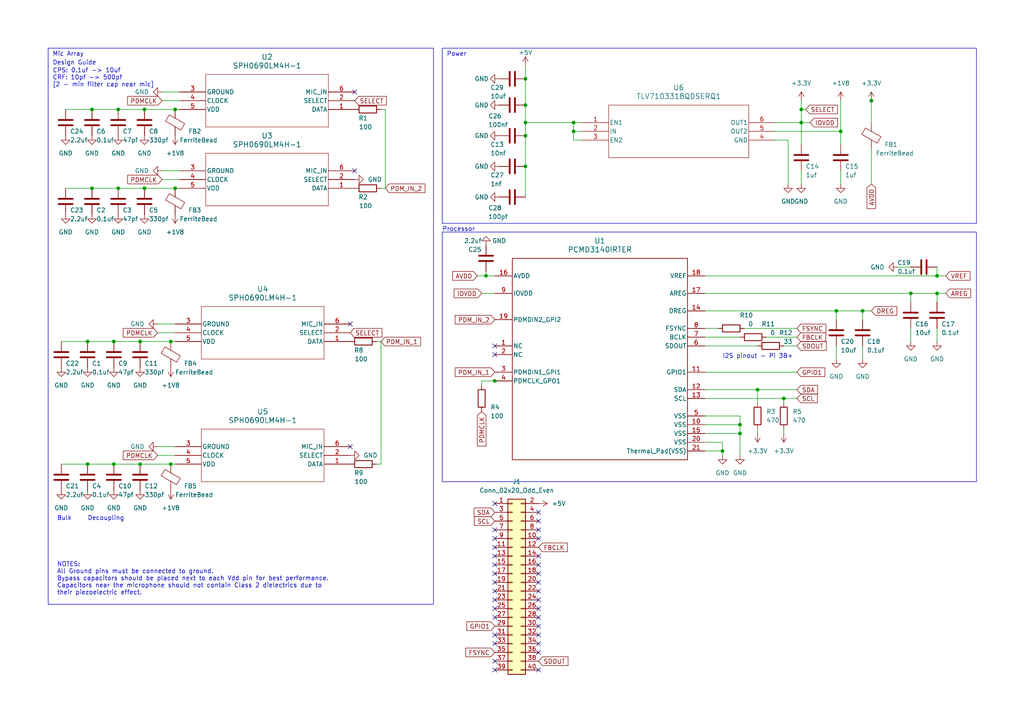
<source format=kicad_sch>
(kicad_sch (version 20230121) (generator eeschema)
  (paper "A4")
  (lib_symbols
    (symbol "Audio_Break_Out:PCMD3140IRTER" (pin_names (offset 0.254))
      (property "Reference" "U" (at 0 2.54 0))
      (property "Value" "PCMD3140IRTER" (at 0 12.7 0))
      (symbol "PCMD3140IRTER_0_1"
        (pin unspecified line (at 0 -20.32 0) (length 5.08) (name "NC") (number "1"))
        (pin power_in line (at 60.96 -43.18 180) (length 5.08) (name "VSS") (number "10"))
        (pin bidirectional line (at 60.96 -27.94 180) (length 5.08) (name "GPIO1") (number "11"))
        (pin bidirectional line (at 60.96 -33.02 180) (length 5.08) (name "SDA") (number "12"))
        (pin input line (at 60.96 -35.56 180) (length 5.08) (name "SCL") (number "13"))
        (pin unspecified line (at 60.96 -10.16 180) (length 5.08) (name "DREG") (number "14"))
        (pin power_in line (at 60.96 -45.72 180) (length 5.08) (name "VSS") (number "15"))
        (pin power_in line (at 0 0 0) (length 5.08) (name "AVDD") (number "16"))
        (pin unspecified line (at 60.96 -5.08 180) (length 5.08) (name "AREG") (number "17"))
        (pin unspecified line (at 60.96 0 180) (length 5.08) (name "VREF") (number "18"))
        (pin bidirectional line (at 0 -12.7 0) (length 5.08) (name "PDMDIN2_GPI2") (number "19"))
        (pin unspecified line (at 0 -22.86 0) (length 5.08) (name "NC") (number "2"))
        (pin power_in line (at 60.96 -48.26 180) (length 5.08) (name "VSS") (number "20"))
        (pin power_in line (at 60.96 -50.8 180) (length 5.08) (name "Thermal_Pad(VSS)") (number "21"))
        (pin input line (at 0 -27.94 0) (length 5.08) (name "PDMDIN1_GPI1") (number "3"))
        (pin output line (at 0 -30.48 0) (length 5.08) (name "PDMCLK_GPO1") (number "4"))
        (pin power_in line (at 60.96 -40.64 180) (length 5.08) (name "VSS") (number "5"))
        (pin output line (at 60.96 -20.32 180) (length 5.08) (name "SDOUT") (number "6"))
        (pin input line (at 60.96 -17.78 180) (length 5.08) (name "BCLK") (number "7"))
        (pin input line (at 60.96 -15.24 180) (length 5.08) (name "FSYNC") (number "8"))
        (pin power_in line (at 0 -5.08 0) (length 5.08) (name "IOVDD") (number "9"))
      )
    )
    (symbol "Audio_Break_Out:SPH0690LM4H-1" (pin_names (offset 0.254))
      (property "Reference" "U" (at 25.4 10.16 0))
      (property "Value" "SPH0690LM4H-1" (at 25.4 7.62 0))
      (symbol "SPH0690LM4H-1_0_1"
        (pin output line (at 0 0 0) (length 7.62) (name "DATA") (number "1"))
        (pin input line (at 0 -2.54 0) (length 7.62) (name "SELECT") (number "2"))
        (pin power_out line (at 50.8 -5.08 180) (length 7.62) (name "GROUND") (number "3"))
        (pin input line (at 50.8 -2.54 180) (length 7.62) (name "CLOCK") (number "4"))
        (pin power_in line (at 50.8 0 180) (length 7.62) (name "VDD") (number "5"))
      )
      (symbol "SPH0690LM4H-1_1_1"
        (pin input line (at 0 -5.08 0) (length 7.62) (name "MIC_IN") (number "6"))
      )
    )
    (symbol "Audio_Break_Out:TLV7103318QDSERQ1" (pin_names (offset 0.254))
      (property "Reference" "U" (at 27.94 10.16 0))
      (property "Value" "TLV7103318QDSERQ1" (at 27.94 7.62 0))
      (symbol "TLV7103318QDSERQ1_0_1"
        (pin unspecified line (at 0 0 0) (length 7.62) (name "EN1") (number "1"))
        (pin input line (at 0 -2.54 0) (length 7.62) (name "IN") (number "2"))
        (pin unspecified line (at 0 -5.08 0) (length 7.62) (name "EN2") (number "3"))
        (pin power_in line (at 55.88 -5.08 180) (length 7.62) (name "GND") (number "4"))
        (pin output line (at 55.88 -2.54 180) (length 7.62) (name "OUT2") (number "5"))
        (pin output line (at 55.88 0 180) (length 7.62) (name "OUT1") (number "6"))
      )
    )
    (symbol "Connector_Generic:Conn_02x20_Odd_Even" (pin_names (offset 1.016) hide)
      (property "Reference" "J" (at 1.27 25.4 0))
      (property "Value" "Conn_02x20_Odd_Even" (at 1.27 -27.94 0))
      (symbol "Conn_02x20_Odd_Even_1_1"
        (pin passive line (at -5.08 22.86 0) (length 3.81) (name "Pin_1") (number "1"))
        (pin passive line (at 7.62 12.7 180) (length 3.81) (name "Pin_10") (number "10"))
        (pin passive line (at -5.08 10.16 0) (length 3.81) (name "Pin_11") (number "11"))
        (pin passive line (at 7.62 10.16 180) (length 3.81) (name "Pin_12") (number "12"))
        (pin passive line (at -5.08 7.62 0) (length 3.81) (name "Pin_13") (number "13"))
        (pin passive line (at 7.62 7.62 180) (length 3.81) (name "Pin_14") (number "14"))
        (pin passive line (at -5.08 5.08 0) (length 3.81) (name "Pin_15") (number "15"))
        (pin passive line (at 7.62 5.08 180) (length 3.81) (name "Pin_16") (number "16"))
        (pin passive line (at -5.08 2.54 0) (length 3.81) (name "Pin_17") (number "17"))
        (pin passive line (at 7.62 2.54 180) (length 3.81) (name "Pin_18") (number "18"))
        (pin passive line (at -5.08 0 0) (length 3.81) (name "Pin_19") (number "19"))
        (pin passive line (at 7.62 22.86 180) (length 3.81) (name "Pin_2") (number "2"))
        (pin passive line (at 7.62 0 180) (length 3.81) (name "Pin_20") (number "20"))
        (pin passive line (at -5.08 -2.54 0) (length 3.81) (name "Pin_21") (number "21"))
        (pin passive line (at 7.62 -2.54 180) (length 3.81) (name "Pin_22") (number "22"))
        (pin passive line (at -5.08 -5.08 0) (length 3.81) (name "Pin_23") (number "23"))
        (pin passive line (at 7.62 -5.08 180) (length 3.81) (name "Pin_24") (number "24"))
        (pin passive line (at -5.08 -7.62 0) (length 3.81) (name "Pin_25") (number "25"))
        (pin passive line (at 7.62 -7.62 180) (length 3.81) (name "Pin_26") (number "26"))
        (pin passive line (at -5.08 -10.16 0) (length 3.81) (name "Pin_27") (number "27"))
        (pin passive line (at 7.62 -10.16 180) (length 3.81) (name "Pin_28") (number "28"))
        (pin passive line (at -5.08 -12.7 0) (length 3.81) (name "Pin_29") (number "29"))
        (pin passive line (at -5.08 20.32 0) (length 3.81) (name "Pin_3") (number "3"))
        (pin passive line (at 7.62 -12.7 180) (length 3.81) (name "Pin_30") (number "30"))
        (pin passive line (at -5.08 -15.24 0) (length 3.81) (name "Pin_31") (number "31"))
        (pin passive line (at 7.62 -15.24 180) (length 3.81) (name "Pin_32") (number "32"))
        (pin passive line (at -5.08 -17.78 0) (length 3.81) (name "Pin_33") (number "33"))
        (pin passive line (at 7.62 -17.78 180) (length 3.81) (name "Pin_34") (number "34"))
        (pin passive line (at -5.08 -20.32 0) (length 3.81) (name "Pin_35") (number "35"))
        (pin passive line (at 7.62 -20.32 180) (length 3.81) (name "Pin_36") (number "36"))
        (pin passive line (at -5.08 -22.86 0) (length 3.81) (name "Pin_37") (number "37"))
        (pin passive line (at 7.62 -22.86 180) (length 3.81) (name "Pin_38") (number "38"))
        (pin passive line (at -5.08 -25.4 0) (length 3.81) (name "Pin_39") (number "39"))
        (pin passive line (at 7.62 20.32 180) (length 3.81) (name "Pin_4") (number "4"))
        (pin passive line (at 7.62 -25.4 180) (length 3.81) (name "Pin_40") (number "40"))
        (pin passive line (at -5.08 17.78 0) (length 3.81) (name "Pin_5") (number "5"))
        (pin passive line (at 7.62 17.78 180) (length 3.81) (name "Pin_6") (number "6"))
        (pin passive line (at -5.08 15.24 0) (length 3.81) (name "Pin_7") (number "7"))
        (pin passive line (at 7.62 15.24 180) (length 3.81) (name "Pin_8") (number "8"))
        (pin passive line (at -5.08 12.7 0) (length 3.81) (name "Pin_9") (number "9"))
      )
    )
    (symbol "Device:C" (pin_numbers hide) (pin_names (offset 0.254))
      (property "Reference" "C" (at 0.635 2.54 0))
      (property "Value" "C" (at 0.635 -2.54 0))
      (symbol "C_1_1"
        (pin passive line (at 0 3.81 270) (length 2.794) (name "~") (number "1"))
        (pin passive line (at 0 -3.81 90) (length 2.794) (name "~") (number "2"))
      )
    )
    (symbol "Device:FerriteBead" (pin_numbers hide) (pin_names (offset 0))
      (property "Reference" "FB" (at -3.81 0.635 90))
      (property "Value" "FerriteBead" (at 3.81 0 90))
      (symbol "FerriteBead_1_1"
        (pin passive line (at 0 3.81 270) (length 2.54) (name "~") (number "1"))
        (pin passive line (at 0 -3.81 90) (length 2.54) (name "~") (number "2"))
      )
    )
    (symbol "Device:R" (pin_numbers hide) (pin_names (offset 0))
      (property "Reference" "R" (at 2.032 0 90))
      (property "Value" "R" (at 0 0 90))
      (symbol "R_1_1"
        (pin passive line (at 0 3.81 270) (length 1.27) (name "~") (number "1"))
        (pin passive line (at 0 -3.81 90) (length 1.27) (name "~") (number "2"))
      )
    )
    (symbol "SPH0690LM4H-1_1" (pin_names (offset 0.254))
      (property "Reference" "U" (at 25.4 10.16 0))
      (property "Value" "SPH0690LM4H-1" (at 25.4 7.62 0))
      (symbol "SPH0690LM4H-1_1_0_1"
        (pin output line (at 0 0 0) (length 7.62) (name "DATA") (number "1"))
        (pin input line (at 0 -2.54 0) (length 7.62) (name "SELECT") (number "2"))
        (pin power_out line (at 50.8 -5.08 180) (length 7.62) (name "GROUND") (number "3"))
        (pin input line (at 50.8 -2.54 180) (length 7.62) (name "CLOCK") (number "4"))
        (pin power_in line (at 50.8 0 180) (length 7.62) (name "VDD") (number "5"))
      )
      (symbol "SPH0690LM4H-1_1_1_1"
        (pin input line (at 0 -5.08 0) (length 7.62) (name "MIC_IN") (number "6"))
      )
    )
    (symbol "SPH0690LM4H-1_2" (pin_names (offset 0.254))
      (property "Reference" "U" (at 25.4 10.16 0))
      (property "Value" "SPH0690LM4H-1" (at 25.4 7.62 0))
      (symbol "SPH0690LM4H-1_2_0_1"
        (pin output line (at 0 0 0) (length 7.62) (name "DATA") (number "1"))
        (pin input line (at 0 -2.54 0) (length 7.62) (name "SELECT") (number "2"))
        (pin power_out line (at 50.8 -5.08 180) (length 7.62) (name "GROUND") (number "3"))
        (pin input line (at 50.8 -2.54 180) (length 7.62) (name "CLOCK") (number "4"))
        (pin power_in line (at 50.8 0 180) (length 7.62) (name "VDD") (number "5"))
      )
      (symbol "SPH0690LM4H-1_2_1_1"
        (pin input line (at 0 -5.08 0) (length 7.62) (name "MIC_IN") (number "6"))
      )
    )
    (symbol "SPH0690LM4H-1_3" (pin_names (offset 0.254))
      (property "Reference" "U" (at 25.4 10.16 0))
      (property "Value" "SPH0690LM4H-1" (at 25.4 7.62 0))
      (symbol "SPH0690LM4H-1_3_0_1"
        (pin output line (at 0 0 0) (length 7.62) (name "DATA") (number "1"))
        (pin input line (at 0 -2.54 0) (length 7.62) (name "SELECT") (number "2"))
        (pin power_out line (at 50.8 -5.08 180) (length 7.62) (name "GROUND") (number "3"))
        (pin input line (at 50.8 -2.54 180) (length 7.62) (name "CLOCK") (number "4"))
        (pin power_in line (at 50.8 0 180) (length 7.62) (name "VDD") (number "5"))
      )
      (symbol "SPH0690LM4H-1_3_1_1"
        (pin input line (at 0 -5.08 0) (length 7.62) (name "MIC_IN") (number "6"))
      )
    )
    (symbol "power:+1V8" (power) (pin_names (offset 0))
      (property "Value" "+1V8" (at 0 3.556 0))
      (symbol "+1V8_1_1"
        (pin power_in line (at 0 0 90) (length 0) hide (name "+1V8") (number "1"))
      )
    )
    (symbol "power:+3.3V" (power) (pin_names (offset 0))
      (property "Value" "+3.3V" (at 0 3.556 0))
      (symbol "+3.3V_1_1"
        (pin power_in line (at 0 0 90) (length 0) hide (name "+3.3V") (number "1"))
      )
    )
    (symbol "power:+5V" (power) (pin_names (offset 0))
      (property "Value" "+5V" (at 0 3.556 0))
      (symbol "+5V_1_1"
        (pin power_in line (at 0 0 90) (length 0) hide (name "+5V") (number "1"))
      )
    )
    (symbol "power:GND" (power) (pin_names (offset 0))
      (property "Value" "GND" (at 0 -3.81 0))
      (symbol "GND_1_1"
        (pin power_in line (at 0 0 270) (length 0) hide (name "GND") (number "1"))
      )
    )
  )
  (junction (at 25.4 99.06))
  (junction (at 152.4 39.37))
  (junction (at 41.91 54.61))
  (junction (at 49.53 134.62))
  (junction (at 152.4 35.56))
  (junction (at 40.64 99.06))
  (junction (at 34.29 31.75))
  (junction (at 152.4 22.86))
  (junction (at 152.4 30.48))
  (junction (at 271.78 85.09))
  (junction (at 26.67 54.61))
  (junction (at 250.19 90.17))
  (junction (at 33.02 134.62))
  (junction (at 219.71 113.03))
  (junction (at 49.53 99.06))
  (junction (at 50.8 54.61))
  (junction (at 243.84 38.1))
  (junction (at 26.67 31.75))
  (junction (at 50.8 31.75))
  (junction (at 140.97 80.01))
  (junction (at 232.41 35.56))
  (junction (at 25.4 134.62))
  (junction (at 264.16 85.09))
  (junction (at 166.37 35.56))
  (junction (at 152.4 48.26))
  (junction (at 34.29 54.61))
  (junction (at 166.37 38.1))
  (junction (at 242.57 90.17))
  (junction (at 214.63 125.73))
  (junction (at 33.02 99.06))
  (junction (at 214.63 123.19))
  (junction (at 252.73 29.21))
  (junction (at 232.41 31.75))
  (junction (at 227.33 115.57))
  (junction (at 209.55 130.81))
  (junction (at 40.64 134.62))
  (junction (at 271.78 80.01))
  (junction (at 41.91 31.75))
  (junction (at 143.51 110.49))
  (no_connect (at 156.21 181.61))
  (no_connect (at 156.21 148.59))
  (no_connect (at 101.6 93.98))
  (no_connect (at 143.51 166.37))
  (no_connect (at 143.51 171.45))
  (no_connect (at 156.21 151.13))
  (no_connect (at 156.21 161.29))
  (no_connect (at 156.21 186.69))
  (no_connect (at 156.21 184.15))
  (no_connect (at 143.51 146.05))
  (no_connect (at 143.51 102.87))
  (no_connect (at 156.21 153.67))
  (no_connect (at 143.51 156.21))
  (no_connect (at 143.51 158.75))
  (no_connect (at 102.87 49.53))
  (no_connect (at 102.87 26.67))
  (no_connect (at 143.51 191.77))
  (no_connect (at 143.51 186.69))
  (no_connect (at 156.21 156.21))
  (no_connect (at 143.51 153.67))
  (no_connect (at 156.21 166.37))
  (no_connect (at 143.51 194.31))
  (no_connect (at 156.21 163.83))
  (no_connect (at 156.21 168.91))
  (no_connect (at 143.51 163.83))
  (no_connect (at 156.21 171.45))
  (no_connect (at 156.21 173.99))
  (no_connect (at 101.6 129.54))
  (no_connect (at 143.51 184.15))
  (no_connect (at 156.21 189.23))
  (no_connect (at 156.21 176.53))
  (no_connect (at 143.51 161.29))
  (no_connect (at 156.21 194.31))
  (no_connect (at 143.51 179.07))
  (no_connect (at 143.51 100.33))
  (no_connect (at 143.51 173.99))
  (no_connect (at 156.21 179.07))
  (no_connect (at 143.51 176.53))
  (no_connect (at 143.51 168.91))
  (wire (pts (xy 109.22 99.06) (xy 110.49 99.06)))
  (wire (pts (xy 152.4 22.86) (xy 152.4 30.48)))
  (wire (pts (xy 41.91 54.61) (xy 50.8 54.61)))
  (wire (pts (xy 45.72 132.08) (xy 50.8 132.08)))
  (wire (pts (xy 252.73 43.18) (xy 252.73 53.34)))
  (wire (pts (xy 271.78 85.09) (xy 274.32 85.09)))
  (wire (pts (xy 214.63 125.73) (xy 214.63 132.08)))
  (wire (pts (xy 243.84 29.21) (xy 243.84 38.1)))
  (wire (pts (xy 166.37 35.56) (xy 166.37 38.1)))
  (wire (pts (xy 242.57 90.17) (xy 250.19 90.17)))
  (wire (pts (xy 219.71 113.03) (xy 219.71 116.84)))
  (wire (pts (xy 140.97 80.01) (xy 143.51 80.01)))
  (wire (pts (xy 34.29 31.75) (xy 41.91 31.75)))
  (wire (pts (xy 152.4 35.56) (xy 152.4 39.37)))
  (wire (pts (xy 40.64 99.06) (xy 49.53 99.06)))
  (wire (pts (xy 144.78 110.49) (xy 143.51 110.49)))
  (wire (pts (xy 152.4 35.56) (xy 166.37 35.56)))
  (wire (pts (xy 46.99 29.21) (xy 52.07 29.21)))
  (wire (pts (xy 250.19 100.33) (xy 250.19 104.14)))
  (wire (pts (xy 46.99 52.07) (xy 52.07 52.07)))
  (wire (pts (xy 204.47 97.79) (xy 214.63 97.79)))
  (wire (pts (xy 17.78 99.06) (xy 25.4 99.06)))
  (wire (pts (xy 232.41 31.75) (xy 233.68 31.75)))
  (wire (pts (xy 227.33 124.46) (xy 227.33 125.73)))
  (wire (pts (xy 227.33 115.57) (xy 227.33 116.84)))
  (wire (pts (xy 242.57 90.17) (xy 242.57 92.71)))
  (wire (pts (xy 219.71 113.03) (xy 231.14 113.03)))
  (wire (pts (xy 152.4 39.37) (xy 152.4 48.26)))
  (wire (pts (xy 110.49 54.61) (xy 111.76 54.61)))
  (wire (pts (xy 152.4 48.26) (xy 152.4 57.15)))
  (wire (pts (xy 204.47 107.95) (xy 231.14 107.95)))
  (wire (pts (xy 271.78 80.01) (xy 274.32 80.01)))
  (wire (pts (xy 242.57 100.33) (xy 242.57 104.14)))
  (wire (pts (xy 219.71 124.46) (xy 219.71 125.73)))
  (wire (pts (xy 204.47 125.73) (xy 214.63 125.73)))
  (wire (pts (xy 140.97 78.74) (xy 140.97 80.01)))
  (wire (pts (xy 243.84 38.1) (xy 243.84 41.91)))
  (wire (pts (xy 26.67 31.75) (xy 34.29 31.75)))
  (wire (pts (xy 224.79 38.1) (xy 243.84 38.1)))
  (wire (pts (xy 214.63 120.65) (xy 214.63 123.19)))
  (wire (pts (xy 264.16 85.09) (xy 271.78 85.09)))
  (wire (pts (xy 168.91 38.1) (xy 166.37 38.1)))
  (wire (pts (xy 204.47 120.65) (xy 214.63 120.65)))
  (wire (pts (xy 166.37 38.1) (xy 166.37 40.64)))
  (wire (pts (xy 46.99 49.53) (xy 52.07 49.53)))
  (wire (pts (xy 46.99 26.67) (xy 52.07 26.67)))
  (wire (pts (xy 49.53 134.62) (xy 50.8 134.62)))
  (wire (pts (xy 33.02 134.62) (xy 40.64 134.62)))
  (wire (pts (xy 25.4 134.62) (xy 33.02 134.62)))
  (wire (pts (xy 204.47 115.57) (xy 227.33 115.57)))
  (wire (pts (xy 204.47 100.33) (xy 219.71 100.33)))
  (wire (pts (xy 271.78 85.09) (xy 271.78 87.63)))
  (wire (pts (xy 252.73 26.67) (xy 252.73 29.21)))
  (wire (pts (xy 166.37 35.56) (xy 168.91 35.56)))
  (wire (pts (xy 214.63 125.73) (xy 214.63 123.19)))
  (wire (pts (xy 252.73 29.21) (xy 252.73 35.56)))
  (wire (pts (xy 41.91 31.75) (xy 50.8 31.75)))
  (wire (pts (xy 250.19 90.17) (xy 250.19 92.71)))
  (wire (pts (xy 17.78 134.62) (xy 25.4 134.62)))
  (wire (pts (xy 228.6 40.64) (xy 228.6 53.34)))
  (wire (pts (xy 50.8 54.61) (xy 52.07 54.61)))
  (wire (pts (xy 204.47 128.27) (xy 209.55 128.27)))
  (wire (pts (xy 215.9 95.25) (xy 231.14 95.25)))
  (wire (pts (xy 232.41 31.75) (xy 232.41 35.56)))
  (wire (pts (xy 264.16 77.47) (xy 260.35 77.47)))
  (wire (pts (xy 110.49 31.75) (xy 111.76 31.75)))
  (wire (pts (xy 232.41 29.21) (xy 232.41 31.75)))
  (wire (pts (xy 45.72 93.98) (xy 50.8 93.98)))
  (wire (pts (xy 243.84 49.53) (xy 243.84 53.34)))
  (wire (pts (xy 209.55 128.27) (xy 209.55 130.81)))
  (wire (pts (xy 168.91 40.64) (xy 166.37 40.64)))
  (wire (pts (xy 271.78 95.25) (xy 271.78 99.06)))
  (wire (pts (xy 204.47 130.81) (xy 209.55 130.81)))
  (wire (pts (xy 111.76 31.75) (xy 111.76 54.61)))
  (wire (pts (xy 138.43 80.01) (xy 140.97 80.01)))
  (wire (pts (xy 25.4 99.06) (xy 33.02 99.06)))
  (wire (pts (xy 40.64 134.62) (xy 49.53 134.62)))
  (wire (pts (xy 250.19 90.17) (xy 252.73 90.17)))
  (wire (pts (xy 19.05 31.75) (xy 26.67 31.75)))
  (wire (pts (xy 45.72 96.52) (xy 50.8 96.52)))
  (wire (pts (xy 204.47 90.17) (xy 242.57 90.17)))
  (wire (pts (xy 50.8 31.75) (xy 52.07 31.75)))
  (wire (pts (xy 204.47 85.09) (xy 264.16 85.09)))
  (wire (pts (xy 33.02 99.06) (xy 40.64 99.06)))
  (wire (pts (xy 139.7 110.49) (xy 139.7 111.76)))
  (wire (pts (xy 227.33 100.33) (xy 231.14 100.33)))
  (wire (pts (xy 139.7 85.09) (xy 143.51 85.09)))
  (wire (pts (xy 45.72 129.54) (xy 50.8 129.54)))
  (wire (pts (xy 152.4 30.48) (xy 152.4 35.56)))
  (wire (pts (xy 26.67 54.61) (xy 34.29 54.61)))
  (wire (pts (xy 152.4 19.05) (xy 152.4 22.86)))
  (wire (pts (xy 227.33 115.57) (xy 231.14 115.57)))
  (wire (pts (xy 204.47 95.25) (xy 208.28 95.25)))
  (wire (pts (xy 110.49 99.06) (xy 110.49 134.62)))
  (wire (pts (xy 224.79 40.64) (xy 228.6 40.64)))
  (wire (pts (xy 232.41 49.53) (xy 232.41 53.34)))
  (wire (pts (xy 49.53 99.06) (xy 50.8 99.06)))
  (wire (pts (xy 209.55 130.81) (xy 209.55 132.08)))
  (wire (pts (xy 204.47 80.01) (xy 271.78 80.01)))
  (wire (pts (xy 109.22 134.62) (xy 110.49 134.62)))
  (wire (pts (xy 271.78 77.47) (xy 271.78 80.01)))
  (wire (pts (xy 19.05 54.61) (xy 26.67 54.61)))
  (wire (pts (xy 232.41 35.56) (xy 232.41 41.91)))
  (wire (pts (xy 232.41 35.56) (xy 234.95 35.56)))
  (wire (pts (xy 204.47 123.19) (xy 214.63 123.19)))
  (wire (pts (xy 34.29 54.61) (xy 41.91 54.61)))
  (wire (pts (xy 224.79 35.56) (xy 232.41 35.56)))
  (wire (pts (xy 204.47 113.03) (xy 219.71 113.03)))
  (wire (pts (xy 264.16 95.25) (xy 264.16 99.06)))
  (wire (pts (xy 143.51 110.49) (xy 139.7 110.49)))
  (wire (pts (xy 264.16 85.09) (xy 264.16 87.63)))
  (wire (pts (xy 222.25 97.79) (xy 231.14 97.79)))
  (rectangle (start 128.27 67.31) (end 283.21 139.7))
  (rectangle (start 128.27 13.97) (end 283.21 64.77))
  (rectangle (start 13.97 13.97) (end 125.73 175.26))
  (text "Bulk" (at 16.51 151.13 0) (effects (font (size 1.27 1.27)) (justify left bottom)))
  (text "I2S pinout - Pi 3B+" (at 209.55 104.14 0) (effects (font (size 1.27 1.27)) (justify left bottom)))
  (text "CPS: 0.1uf -> 10uf\nCRF: 10pf -> 500pf \n[2 - min filter cap near mic]\n" (at 15.24 25.4 0) (effects (font (size 1.27 1.27)) (justify left bottom)))
  (text "Mic Array" (at 15.24 16.51 0) (effects (font (size 1.27 1.27)) (justify left bottom)))
  (text "Power" (at 129.54 16.51 0) (effects (font (size 1.27 1.27)) (justify left bottom)))
  (text "Decoupling" (at 25.4 151.13 0) (effects (font (size 1.27 1.27)) (justify left bottom)))
  (text "NOTES:\nAll Ground pins must be connected to ground.\nBypass capacitors should be placed next to each Vdd pin for best performance.\nCapacitors near the microphone should not contain Class 2 dielectrics due to\ntheir piezoelectric effect." (at 16.51 172.72 0) (effects (font (size 1.27 1.27)) (justify left bottom)))
  (text "Design Guide" (at 15.24 19.05 0) (effects (font (size 1.27 1.27)) (justify left bottom)))
  (text "Processor" (at 128.27 67.31 0) (effects (font (size 1.27 1.27)) (justify left bottom)))
  (global_label "FBCLK" (shape input) (at 156.21 158.75 0) (property "Intersheetrefs" "${INTERSHEET_REFS}" (effects hide)))
  (global_label "FBCLK" (shape input) (at 231.14 97.79 0) (property "Intersheetrefs" "${INTERSHEET_REFS}" (effects hide)))
  (global_label "VREF" (shape input) (at 274.32 80.01 0) (property "Intersheetrefs" "${INTERSHEET_REFS}" (effects hide)))
  (global_label "PDMCLK" (shape input) (at 46.99 29.21 180) (property "Intersheetrefs" "${INTERSHEET_REFS}" (effects hide)))
  (global_label "PDM_IN_2" (shape input) (at 143.51 92.71 180) (property "Intersheetrefs" "${INTERSHEET_REFS}" (effects hide)))
  (global_label "AVDD" (shape input) (at 138.43 80.01 180) (property "Intersheetrefs" "${INTERSHEET_REFS}" (effects hide)))
  (global_label "PDMCLK" (shape input) (at 45.72 132.08 180) (property "Intersheetrefs" "${INTERSHEET_REFS}" (effects hide)))
  (global_label "IOVDD" (shape input) (at 139.7 85.09 180) (property "Intersheetrefs" "${INTERSHEET_REFS}" (effects hide)))
  (global_label "SDOUT" (shape input) (at 231.14 100.33 0) (property "Intersheetrefs" "${INTERSHEET_REFS}" (effects hide)))
  (global_label "SCL" (shape input) (at 231.14 115.57 0) (property "Intersheetrefs" "${INTERSHEET_REFS}" (effects hide)))
  (global_label "PDMCLK" (shape input) (at 45.72 96.52 180) (property "Intersheetrefs" "${INTERSHEET_REFS}" (effects hide)))
  (global_label "PDM_IN_2" (shape input) (at 111.76 54.61 0) (property "Intersheetrefs" "${INTERSHEET_REFS}" (effects hide)))
  (global_label "FSYNC" (shape input) (at 143.51 189.23 180) (property "Intersheetrefs" "${INTERSHEET_REFS}" (effects hide)))
  (global_label "IOVDD" (shape input) (at 234.95 35.56 0) (property "Intersheetrefs" "${INTERSHEET_REFS}" (effects hide)))
  (global_label "SELECT" (shape input) (at 233.68 31.75 0) (property "Intersheetrefs" "${INTERSHEET_REFS}" (effects hide)))
  (global_label "AVDD" (shape input) (at 252.73 53.34 270) (property "Intersheetrefs" "${INTERSHEET_REFS}" (effects hide)))
  (global_label "SDA" (shape input) (at 143.51 148.59 180) (property "Intersheetrefs" "${INTERSHEET_REFS}" (effects hide)))
  (global_label "PDM_IN_1" (shape input) (at 143.51 107.95 180) (property "Intersheetrefs" "${INTERSHEET_REFS}" (effects hide)))
  (global_label "SCL" (shape input) (at 143.51 151.13 180) (property "Intersheetrefs" "${INTERSHEET_REFS}" (effects hide)))
  (global_label "PDM_IN_1" (shape input) (at 110.49 99.06 0) (property "Intersheetrefs" "${INTERSHEET_REFS}" (effects hide)))
  (global_label "PDMCLK" (shape input) (at 46.99 52.07 180) (property "Intersheetrefs" "${INTERSHEET_REFS}" (effects hide)))
  (global_label "SELECT" (shape input) (at 101.6 96.52 0) (property "Intersheetrefs" "${INTERSHEET_REFS}" (effects hide)))
  (global_label "FSYNC" (shape input) (at 231.14 95.25 0) (property "Intersheetrefs" "${INTERSHEET_REFS}" (effects hide)))
  (global_label "GPIO1" (shape input) (at 231.14 107.95 0) (property "Intersheetrefs" "${INTERSHEET_REFS}" (effects hide)))
  (global_label "DREG" (shape input) (at 252.73 90.17 0) (property "Intersheetrefs" "${INTERSHEET_REFS}" (effects hide)))
  (global_label "AREG" (shape input) (at 274.32 85.09 0) (property "Intersheetrefs" "${INTERSHEET_REFS}" (effects hide)))
  (global_label "PDMCLK" (shape input) (at 139.7 119.38 270) (property "Intersheetrefs" "${INTERSHEET_REFS}" (effects hide)))
  (global_label "SDOUT" (shape input) (at 156.21 191.77 0) (property "Intersheetrefs" "${INTERSHEET_REFS}" (effects hide)))
  (global_label "SELECT" (shape input) (at 102.87 29.21 0) (property "Intersheetrefs" "${INTERSHEET_REFS}" (effects hide)))
  (global_label "GPIO1" (shape input) (at 143.51 181.61 180) (property "Intersheetrefs" "${INTERSHEET_REFS}" (effects hide)))
  (global_label "SDA" (shape input) (at 231.14 113.03 0) (property "Intersheetrefs" "${INTERSHEET_REFS}" (effects hide)))
  (symbol (lib_id "Device:C") (at 19.05 58.42 0) (unit 1)
    (property "Reference" "C23" (at 20.32 60.96 0) (effects (justify left)))
    (property "Value" "2.2uf" (at 20.32 63.5 0) (effects (justify left)))
    (property "Footprint" "Capacitor_SMD:C_0805_2012Metric" (effects hide))
    (property "Datasheet" "https://jlcpcb.com/partdetail/350246-CL21A225KBQNNNE/C377773" (effects hide))
    (property "lcsc" "CL21A225KBQNNNE" (effects hide))
  )
  (symbol (lib_id "power:+1V8") (at 49.53 142.24 180) (unit 1)
    (property "Reference" "#PWR02" (effects hide))
    (property "Value" "+1V8" (at 49.53 147.32 0))
  )
  (symbol (lib_id "power:GND") (at 144.78 39.37 270) (unit 1)
    (property "Reference" "#PWR031" (effects hide))
    (property "Value" "GND" (at 139.7 39.37 90))
  )
  (symbol (lib_id "power:GND") (at 17.78 142.24 0) (unit 1)
    (property "Reference" "#PWR039" (effects hide))
    (property "Value" "GND" (at 17.78 147.32 0))
  )
  (symbol (lib_id "Device:C") (at 33.02 138.43 0) (unit 1)
    (property "Reference" "C10" (at 34.29 140.97 0) (effects (justify left)))
    (property "Value" "47pf" (at 34.29 143.51 0) (effects (justify left)))
    (property "Footprint" "Capacitor_SMD:C_0603_1608Metric" (effects hide))
    (property "Datasheet" "https://jlcpcb.com/partdetail/2023-CL10C470JB8NNNC/C1671" (effects hide))
    (property "lcsc" "CL10C470JB8NNNC" (effects hide))
  )
  (symbol (lib_id "Audio_Break_Out:SPH0690LM4H-1") (at 101.6 134.62 180) (unit 1)
    (property "Reference" "U5" (at 76.2 119.38 0) (effects (font (size 1.524 1.524))))
    (property "Value" "SPH0690LM4H-1" (at 76.2 121.92 0) (effects (font (size 1.524 1.524))))
    (property "Footprint" "SPH0690LM4H-1_KNO" (effects hide))
    (property "Datasheet" "https://jlcpcb.com/partdetail/TexasInstruments-PCMD3140IRTER/C2943785" (effects hide))
    (property "lcsc" "PCMD3140IRTER" (effects hide))
  )
  (symbol (lib_id "power:GND") (at 26.67 39.37 0) (unit 1)
    (property "Reference" "#PWR013" (effects hide))
    (property "Value" "GND" (at 26.67 44.45 0))
  )
  (symbol (lib_id "Device:C") (at 26.67 35.56 0) (unit 1)
    (property "Reference" "C6" (at 27.94 38.1 0) (effects (justify left)))
    (property "Value" "0.1uf" (at 27.94 40.64 0) (effects (justify left)))
    (property "Footprint" "Capacitor_SMD:C_01005_0402Metric" (effects hide))
    (property "Datasheet" "https://jlcpcb.com/partdetail/291005-CL05B104KB54PNC/C307331" (effects hide))
    (property "lcsc" "CL05B104KB54PNC" (effects hide))
  )
  (symbol (lib_id "Device:C") (at 40.64 138.43 0) (unit 1)
    (property "Reference" "C12" (at 41.91 140.97 0) (effects (justify left)))
    (property "Value" "330pf" (at 41.91 143.51 0) (effects (justify left)))
    (property "Footprint" "Capacitor_SMD:C_0603_1608Metric" (effects hide))
    (property "Datasheet" "https://jlcpcb.com/partdetail/2016-CL10C331JB8NNNC/C1664" (effects hide))
    (property "lcsc" "CL10C331JB8NNNC" (effects hide))
  )
  (symbol (lib_id "Device:R") (at 105.41 134.62 270) (unit 1)
    (property "Reference" "R9" (at 105.41 137.16 90) (effects (justify right)))
    (property "Value" "100" (at 106.68 139.7 90) (effects (justify right)))
    (property "Footprint" "Resistor_SMD:R_1206_3216Metric" (effects hide))
    (property "Datasheet" "https://datasheet.lcsc.com/lcsc/2206010145_UNI-ROYAL-Uniroyal-Elec-1206W4F1000T5E_C17901.pdf" (effects hide))
    (property "lcsc" "1206W4F1000T5E" (effects hide))
  )
  (symbol (lib_id "power:GND") (at 33.02 142.24 0) (unit 1)
    (property "Reference" "#PWR020" (effects hide))
    (property "Value" "GND" (at 33.02 147.32 0))
  )
  (symbol (lib_id "Device:R") (at 106.68 31.75 270) (unit 1)
    (property "Reference" "R1" (at 106.68 34.29 90) (effects (justify right)))
    (property "Value" "100" (at 107.95 36.83 90) (effects (justify right)))
    (property "Footprint" "Resistor_SMD:R_1206_3216Metric" (effects hide))
    (property "Datasheet" "https://datasheet.lcsc.com/lcsc/2206010145_UNI-ROYAL-Uniroyal-Elec-1206W4F1000T5E_C17901.pdf" (effects hide))
    (property "lcsc" "1206W4F1000T5E" (effects hide))
  )
  (symbol (lib_id "Connector_Generic:Conn_02x20_Odd_Even") (at 148.59 168.91 0) (unit 1)
    (property "Reference" "J1" (at 149.86 139.7 0))
    (property "Value" "Conn_02x20_Odd_Even" (at 149.86 142.24 0))
    (property "Footprint" "Connector_PinSocket_2.54mm:PinSocket_2x20_P2.54mm_Vertical" (effects hide))
  )
  (symbol (lib_id "power:GND") (at 144.78 57.15 270) (unit 1)
    (property "Reference" "#PWR048" (effects hide))
    (property "Value" "GND" (at 139.7 57.15 90))
  )
  (symbol (lib_id "power:GND") (at 34.29 62.23 0) (unit 1)
    (property "Reference" "#PWR07" (effects hide))
    (property "Value" "GND" (at 34.29 67.31 0))
  )
  (symbol (lib_id "power:GND") (at 264.16 99.06 0) (unit 1)
    (property "Reference" "#PWR025" (effects hide))
    (property "Value" "GND" (at 264.16 104.14 0))
  )
  (symbol (lib_id "Device:C") (at 41.91 58.42 0) (unit 1)
    (property "Reference" "C5" (at 43.18 60.96 0) (effects (justify left)))
    (property "Value" "330pf" (at 43.18 63.5 0) (effects (justify left)))
    (property "Footprint" "Capacitor_SMD:C_0603_1608Metric" (effects hide))
    (property "Datasheet" "https://jlcpcb.com/partdetail/2016-CL10C331JB8NNNC/C1664" (effects hide))
    (property "lcsc" "CL10C331JB8NNNC" (effects hide))
  )
  (symbol (lib_id "power:+3.3V") (at 232.41 29.21 0) (unit 1)
    (property "Reference" "#PWR036" (effects hide))
    (property "Value" "+3.3V" (at 232.41 24.13 0))
  )
  (symbol (lib_id "Device:C") (at 250.19 96.52 0) (unit 1)
    (property "Reference" "C18" (at 251.46 99.06 0) (effects (justify left)))
    (property "Value" "0.1uf" (at 251.46 101.6 0) (effects (justify left)))
    (property "Footprint" "Capacitor_SMD:C_01005_0402Metric" (effects hide))
    (property "Datasheet" "chrome-extension://efaidnbmnnnibpcajpcglclefindmkaj/https://datasheet.lcsc.com/lcsc/2304140030_Samsung-Electro-Mechanics-CL05B104KB54PNC_C307331.pdf" (effects hide))
    (property "lcsc" "CL05B104KB54PNC" (effects hide))
  )
  (symbol (lib_id "Device:C") (at 232.41 45.72 0) (unit 1)
    (property "Reference" "C14" (at 233.68 48.26 0) (effects (justify left)))
    (property "Value" "1uf" (at 233.68 50.8 0) (effects (justify left)))
    (property "Footprint" "Capacitor_SMD:C_0603_1608Metric" (effects hide))
    (property "Datasheet" "chrome-extension://efaidnbmnnnibpcajpcglclefindmkaj/https://datasheet.lcsc.com/lcsc/2304140030_Samsung-Electro-Mechanics-CL10A105KB8NNNC_C15849.pdf" (effects hide))
    (property "lcsc" "CL10A105KB8NNNC" (effects hide))
  )
  (symbol (lib_id "power:+5V") (at 156.21 146.05 270) (unit 1)
    (property "Reference" "#PWR043" (effects hide))
    (property "Value" "+5V" (at 160.02 146.05 90) (effects (justify left)))
  )
  (symbol (lib_id "power:GND") (at 46.99 26.67 270) (unit 1)
    (property "Reference" "#PWR04" (effects hide))
    (property "Value" "GND" (at 43.18 26.67 90) (effects (justify right)))
  )
  (symbol (lib_id "Device:C") (at 148.59 22.86 270) (unit 1)
    (property "Reference" "C29" (at 142.24 25.4 90) (effects (justify left)))
    (property "Value" "10uf" (at 142.24 27.94 90) (effects (justify left)))
    (property "Footprint" "Capacitor_SMD:C_1206_3216Metric" (effects hide))
    (property "Datasheet" "https://jlcpcb.com/partdetail/14236-CL31A106KBHNNNE/C13585" (effects hide))
    (property "lcsc" "CL31A106KBHNNNE" (effects hide))
  )
  (symbol (lib_id "power:GND") (at 242.57 104.14 0) (unit 1)
    (property "Reference" "#PWR012" (effects hide))
    (property "Value" "GND" (at 242.57 109.22 0))
  )
  (symbol (lib_id "power:GND") (at 101.6 132.08 90) (unit 1)
    (property "Reference" "#PWR028" (effects hide))
    (property "Value" "GND" (at 105.41 132.08 90) (effects (justify right)))
  )
  (symbol (lib_id "Device:C") (at 148.59 39.37 270) (unit 1)
    (property "Reference" "C13" (at 142.24 41.91 90) (effects (justify left)))
    (property "Value" "10nf" (at 142.24 44.45 90) (effects (justify left)))
    (property "Footprint" "Capacitor_SMD:C_01005_0402Metric" (effects hide))
    (property "Datasheet" "https://jlcpcb.com/partdetail/15869-CL05B103KB5NNNC/C15195" (effects hide))
    (property "lcsc" "CL05B103KB5NNNC" (effects hide))
  )
  (symbol (lib_id "power:+3.3V") (at 252.73 29.21 0) (unit 1)
    (property "Reference" "#PWR038" (effects hide))
    (property "Value" "+3.3V" (at 252.73 24.13 0))
  )
  (symbol (lib_id "power:GND") (at 46.99 49.53 270) (unit 1)
    (property "Reference" "#PWR03" (effects hide))
    (property "Value" "GND" (at 43.18 49.53 90) (effects (justify right)))
  )
  (symbol (lib_id "Device:C") (at 148.59 30.48 270) (unit 1)
    (property "Reference" "C26" (at 141.605 33.655 90) (effects (justify left)))
    (property "Value" "100nf" (at 141.605 36.195 90) (effects (justify left)))
    (property "Footprint" "Capacitor_SMD:C_1206_3216Metric" (effects hide))
    (property "Datasheet" "https://jlcpcb.com/partdetail/25237-CL31B104KBCNNNC/C24497" (effects hide))
    (property "lcsc" "CL31B104KBCNNNC" (effects hide))
  )
  (symbol (lib_id "Device:C") (at 19.05 35.56 0) (unit 1)
    (property "Reference" "C24" (at 20.32 38.1 0) (effects (justify left)))
    (property "Value" "2.2uf" (at 20.32 40.64 0) (effects (justify left)))
    (property "Footprint" "Capacitor_SMD:C_0805_2012Metric" (effects hide))
    (property "Datasheet" "https://jlcpcb.com/partdetail/350246-CL21A225KBQNNNE/C377773" (effects hide))
    (property "lcsc" "CL21A225KBQNNNE" (effects hide))
  )
  (symbol (lib_id "Device:C") (at 34.29 35.56 0) (unit 1)
    (property "Reference" "C7" (at 35.56 38.1 0) (effects (justify left)))
    (property "Value" "47pf" (at 35.56 40.64 0) (effects (justify left)))
    (property "Footprint" "Capacitor_SMD:C_0603_1608Metric" (effects hide))
    (property "Datasheet" "https://jlcpcb.com/partdetail/2023-CL10C470JB8NNNC/C1671" (effects hide))
    (property "lcsc" "CL10C470JB8NNNC" (effects hide))
  )
  (symbol (lib_id "power:GND") (at 260.35 77.47 270) (unit 1)
    (property "Reference" "#PWR040" (effects hide))
    (property "Value" "GND" (at 256.54 77.47 90) (effects (justify right)))
  )
  (symbol (lib_id "power:GND") (at 40.64 142.24 0) (unit 1)
    (property "Reference" "#PWR022" (effects hide))
    (property "Value" "GND" (at 40.64 147.32 0))
  )
  (symbol (lib_id "power:GND") (at 243.84 53.34 0) (unit 1)
    (property "Reference" "#PWR035" (effects hide))
    (property "Value" "GND" (at 243.84 58.42 0))
  )
  (symbol (lib_id "power:+1V8") (at 50.8 39.37 180) (unit 1)
    (property "Reference" "#PWR05" (effects hide))
    (property "Value" "+1V8" (at 50.8 44.45 0))
  )
  (symbol (lib_id "power:GND") (at 41.91 39.37 0) (unit 1)
    (property "Reference" "#PWR015" (effects hide))
    (property "Value" "GND" (at 41.91 44.45 0))
  )
  (symbol (lib_id "power:+1V8") (at 49.53 106.68 180) (unit 1)
    (property "Reference" "#PWR01" (effects hide))
    (property "Value" "+1V8" (at 49.53 111.76 0))
  )
  (symbol (lib_name "SPH0690LM4H-1_2") (lib_id "Audio_Break_Out:SPH0690LM4H-1") (at 102.87 54.61 180) (unit 1)
    (property "Reference" "U3" (at 77.47 39.37 0) (effects (font (size 1.524 1.524))))
    (property "Value" "SPH0690LM4H-1" (at 77.47 41.91 0) (effects (font (size 1.524 1.524))))
    (property "Footprint" "SPH0690LM4H-1_KNO" (effects hide))
    (property "Datasheet" "https://jlcpcb.com/partdetail/TexasInstruments-PCMD3140IRTER/C2943785" (effects hide))
    (property "lcsc" "PCMD3140IRTER" (effects hide))
  )
  (symbol (lib_id "Device:C") (at 25.4 102.87 0) (unit 1)
    (property "Reference" "C1" (at 26.67 105.41 0) (effects (justify left)))
    (property "Value" "0.1uf" (at 26.67 107.95 0) (effects (justify left)))
    (property "Footprint" "Capacitor_SMD:C_01005_0402Metric" (effects hide))
    (property "Datasheet" "https://jlcpcb.com/partdetail/291005-CL05B104KB54PNC/C307331" (effects hide))
    (property "lcsc" "CL05B104KB54PNC" (effects hide))
  )
  (symbol (lib_name "SPH0690LM4H-1_3") (lib_id "Audio_Break_Out:SPH0690LM4H-1") (at 101.6 99.06 180) (unit 1)
    (property "Reference" "U4" (at 76.2 83.82 0) (effects (font (size 1.524 1.524))))
    (property "Value" "SPH0690LM4H-1" (at 76.2 86.36 0) (effects (font (size 1.524 1.524))))
    (property "Footprint" "SPH0690LM4H-1_KNO" (effects hide))
    (property "Datasheet" "https://jlcpcb.com/partdetail/TexasInstruments-PCMD3140IRTER/C2943785" (effects hide))
    (property "lcsc" "PCMD3140IRTER" (effects hide))
  )
  (symbol (lib_id "Device:C") (at 17.78 102.87 0) (unit 1)
    (property "Reference" "C22" (at 19.05 105.41 0) (effects (justify left)))
    (property "Value" "2.2uf" (at 19.05 107.95 0) (effects (justify left)))
    (property "Footprint" "Capacitor_SMD:C_0805_2012Metric" (effects hide))
    (property "Datasheet" "https://jlcpcb.com/partdetail/350246-CL21A225KBQNNNE/C377773" (effects hide))
    (property "lcsc" "CL21A225KBQNNNE" (effects hide))
  )
  (symbol (lib_id "Device:FerriteBead") (at 50.8 58.42 0) (unit 1)
    (property "Reference" "FB3" (at 54.61 60.96 0) (effects (justify left)))
    (property "Value" "FerriteBead" (at 52.07 63.5 0) (effects (justify left)))
    (property "Footprint" "Capacitor_SMD:C_0805_2012Metric" (effects hide))
    (property "Datasheet" "https://jlcpcb.com/partdetail/Sunlord-GZ2012D601TF/C1017" (effects hide))
    (property "lcsc" "GZ2012D601TF" (effects hide))
  )
  (symbol (lib_id "power:GND") (at 144.78 48.26 270) (unit 1)
    (property "Reference" "#PWR047" (effects hide))
    (property "Value" "GND" (at 139.7 48.26 90))
  )
  (symbol (lib_name "SPH0690LM4H-1_1") (lib_id "Audio_Break_Out:SPH0690LM4H-1") (at 102.87 31.75 180) (unit 1)
    (property "Reference" "U2" (at 77.47 16.51 0) (effects (font (size 1.524 1.524))))
    (property "Value" "SPH0690LM4H-1" (at 77.47 19.05 0) (effects (font (size 1.524 1.524))))
    (property "Footprint" "SPH0690LM4H-1_KNO" (effects hide))
    (property "Datasheet" "https://jlcpcb.com/partdetail/TexasInstruments-PCMD3140IRTER/C2943785" (effects hide))
    (property "lcsc" "PCMD3140IRTER" (effects hide))
  )
  (symbol (lib_id "Device:FerriteBead") (at 252.73 39.37 0) (unit 1)
    (property "Reference" "FB1" (at 256.54 41.91 0) (effects (justify left)))
    (property "Value" "FerriteBead" (at 254 44.45 0) (effects (justify left)))
    (property "Footprint" "Capacitor_SMD:C_0805_2012Metric" (effects hide))
    (property "Datasheet" "chrome-extension://efaidnbmnnnibpcajpcglclefindmkaj/https://datasheet.lcsc.com/lcsc/2109181830_Sunlord-GZ2012D601TF_C1017.pdf" (effects hide))
    (property "lcsc" "GZ2012D601TF" (effects hide))
  )
  (symbol (lib_id "Device:FerriteBead") (at 50.8 35.56 0) (unit 1)
    (property "Reference" "FB2" (at 54.61 38.1 0) (effects (justify left)))
    (property "Value" "FerriteBead" (at 52.07 40.64 0) (effects (justify left)))
    (property "Footprint" "Capacitor_SMD:C_0805_2012Metric" (effects hide))
    (property "Datasheet" "https://jlcpcb.com/partdetail/Sunlord-GZ2012D601TF/C1017" (effects hide))
    (property "lcsc" "GZ2012D601TF" (effects hide))
  )
  (symbol (lib_id "power:GND") (at 228.6 53.34 0) (unit 1)
    (property "Reference" "#PWR033" (effects hide))
    (property "Value" "GND" (at 228.6 58.42 0))
  )
  (symbol (lib_id "Device:R") (at 212.09 95.25 270) (unit 1)
    (property "Reference" "R10" (at 218.44 91.44 90) (effects (justify right)))
    (property "Value" "0" (at 218.44 93.98 90) (effects (justify right)))
    (property "Footprint" "Resistor_SMD:R_1206_3216Metric" (effects hide))
    (property "Datasheet" "chrome-extension://efaidnbmnnnibpcajpcglclefindmkaj/https://datasheet.lcsc.com/lcsc/2206010200_UNI-ROYAL-Uniroyal-Elec-1206W4F0000T5E_C17888.pdf" (effects hide))
    (property "lcsc" "1206W4F0000T5E" (effects hide))
  )
  (symbol (lib_id "power:GND") (at 232.41 53.34 0) (unit 1)
    (property "Reference" "#PWR034" (effects hide))
    (property "Value" "GND" (at 232.41 58.42 0))
  )
  (symbol (lib_id "power:GND") (at 102.87 52.07 90) (unit 1)
    (property "Reference" "#PWR011" (effects hide))
    (property "Value" "GND" (at 106.68 52.07 90) (effects (justify right)))
  )
  (symbol (lib_id "power:GND") (at 140.97 71.12 180) (unit 1)
    (property "Reference" "#PWR045" (effects hide))
    (property "Value" "GND" (at 144.78 69.85 0))
  )
  (symbol (lib_id "power:+3.3V") (at 227.33 125.73 180) (unit 1)
    (property "Reference" "#PWR027" (effects hide))
    (property "Value" "+3.3V" (at 227.33 130.81 0))
  )
  (symbol (lib_id "power:GND") (at 19.05 39.37 0) (unit 1)
    (property "Reference" "#PWR044" (effects hide))
    (property "Value" "GND" (at 19.05 44.45 0))
  )
  (symbol (lib_id "power:GND") (at 19.05 62.23 0) (unit 1)
    (property "Reference" "#PWR042" (effects hide))
    (property "Value" "GND" (at 19.05 67.31 0))
  )
  (symbol (lib_id "Device:C") (at 41.91 35.56 0) (unit 1)
    (property "Reference" "C8" (at 43.18 38.1 0) (effects (justify left)))
    (property "Value" "330pf" (at 43.18 40.64 0) (effects (justify left)))
    (property "Footprint" "Capacitor_SMD:C_0603_1608Metric" (effects hide))
    (property "Datasheet" "https://jlcpcb.com/partdetail/2016-CL10C331JB8NNNC/C1664" (effects hide))
    (property "lcsc" "CL10C331JB8NNNC" (effects hide))
  )
  (symbol (lib_id "power:GND") (at 250.19 104.14 0) (unit 1)
    (property "Reference" "#PWR016" (effects hide))
    (property "Value" "GND" (at 250.19 109.22 0))
  )
  (symbol (lib_id "power:+1V8") (at 50.8 62.23 180) (unit 1)
    (property "Reference" "#PWR09" (effects hide))
    (property "Value" "+1V8" (at 50.8 67.31 0))
  )
  (symbol (lib_id "Device:C") (at 148.59 48.26 270) (unit 1)
    (property "Reference" "C27" (at 142.24 50.8 90) (effects (justify left)))
    (property "Value" "1nf" (at 142.24 53.34 90) (effects (justify left)))
    (property "Footprint" "Capacitor_SMD:C_0805_2012Metric" (effects hide))
    (property "Datasheet" "https://jlcpcb.com/partdetail/47657-CL21B102KBCNNNC/C46653" (effects hide))
    (property "lcsc" "CL21B102KBCNNNC" (effects hide))
  )
  (symbol (lib_id "Device:C") (at 26.67 58.42 0) (unit 1)
    (property "Reference" "C2" (at 27.94 60.96 0) (effects (justify left)))
    (property "Value" "0.1uf" (at 27.94 63.5 0) (effects (justify left)))
    (property "Footprint" "Capacitor_SMD:C_01005_0402Metric" (effects hide))
    (property "Datasheet" "https://jlcpcb.com/partdetail/291005-CL05B104KB54PNC/C307331" (effects hide))
    (property "lcsc" "CL05B104KB54PNC" (effects hide))
  )
  (symbol (lib_id "Device:R") (at 105.41 99.06 270) (unit 1)
    (property "Reference" "R8" (at 105.41 101.6 90) (effects (justify right)))
    (property "Value" "100" (at 106.68 104.14 90) (effects (justify right)))
    (property "Footprint" "Resistor_SMD:R_1206_3216Metric" (effects hide))
    (property "Datasheet" "https://datasheet.lcsc.com/lcsc/2206010145_UNI-ROYAL-Uniroyal-Elec-1206W4F1000T5E_C17901.pdf" (effects hide))
    (property "lcsc" "1206W4F1000T5E" (effects hide))
  )
  (symbol (lib_id "power:+3.3V") (at 219.71 125.73 180) (unit 1)
    (property "Reference" "#PWR010" (effects hide))
    (property "Value" "+3.3V" (at 219.71 130.81 0))
  )
  (symbol (lib_id "power:GND") (at 25.4 142.24 0) (unit 1)
    (property "Reference" "#PWR018" (effects hide))
    (property "Value" "GND" (at 25.4 147.32 0))
  )
  (symbol (lib_id "power:GND") (at 17.78 106.68 0) (unit 1)
    (property "Reference" "#PWR041" (effects hide))
    (property "Value" "GND" (at 17.78 111.76 0))
  )
  (symbol (lib_id "Device:R") (at 227.33 120.65 0) (unit 1)
    (property "Reference" "R5" (at 229.87 119.38 0) (effects (justify left)))
    (property "Value" "470" (at 229.87 121.92 0) (effects (justify left)))
    (property "Footprint" "Resistor_SMD:R_0201_0603Metric" (effects hide))
    (property "Datasheet" "https://jlcpcb.com/partdetail/23889-0603WAF4701T5E/C23162" (effects hide))
    (property "lcsc" "0603WAF4701T5E" (effects hide))
  )
  (symbol (lib_id "Audio_Break_Out:TLV7103318QDSERQ1") (at 168.91 35.56 0) (unit 1)
    (property "Reference" "U6" (at 196.85 25.4 0) (effects (font (size 1.524 1.524))))
    (property "Value" "TLV7103318QDSERQ1" (at 196.85 27.94 0) (effects (font (size 1.524 1.524))))
    (property "Footprint" "Audio_Break_Out:DSE6_TEX" (effects hide))
    (property "Datasheet" "chrome-extension://efaidnbmnnnibpcajpcglclefindmkaj/https://www.ti.com/cn/lit/ds/symlink/tlv710-q1.pdf?ts=1707162727897&ref_url=https%253A%252F%252Fjlcpcb.com%252F" (effects hide))
    (property "lcsc" "TLV7103318QDSERQ1" (effects hide))
  )
  (symbol (lib_id "Device:R") (at 139.7 115.57 180) (unit 1)
    (property "Reference" "R4" (at 142.24 118.11 0) (effects (justify right)))
    (property "Value" "100" (at 142.24 120.65 0) (effects (justify right)))
    (property "Footprint" "Resistor_SMD:R_1206_3216Metric" (effects hide))
    (property "Datasheet" "https://datasheet.lcsc.com/lcsc/2206010145_UNI-ROYAL-Uniroyal-Elec-1206W4F1000T5E_C17901.pdf" (effects hide))
    (property "lcsc" "1206W4F1000T5E" (effects hide))
  )
  (symbol (lib_id "Device:C") (at 140.97 74.93 180) (unit 1)
    (property "Reference" "C25" (at 139.7 72.39 0) (effects (justify left)))
    (property "Value" "2.2uf" (at 139.7 69.85 0) (effects (justify left)))
    (property "Footprint" "Capacitor_SMD:C_0805_2012Metric" (effects hide))
    (property "Datasheet" "https://jlcpcb.com/partdetail/350246-CL21A225KBQNNNE/C377773" (effects hide))
    (property "lcsc" "CL21A225KBQNNNE" (effects hide))
  )
  (symbol (lib_id "Device:R") (at 219.71 120.65 0) (unit 1)
    (property "Reference" "R3" (at 222.25 119.38 0) (effects (justify left)))
    (property "Value" "470" (at 222.25 121.92 0) (effects (justify left)))
    (property "Footprint" "Resistor_SMD:R_0201_0603Metric" (effects hide))
    (property "Datasheet" "https://jlcpcb.com/partdetail/23889-0603WAF4701T5E/C23162" (effects hide))
    (property "lcsc" "0603WAF4701T5E" (effects hide))
  )
  (symbol (lib_id "Device:C") (at 242.57 96.52 0) (unit 1)
    (property "Reference" "C20" (at 243.84 99.06 0) (effects (justify left)))
    (property "Value" "10uf" (at 243.84 101.6 0) (effects (justify left)))
    (property "Footprint" "Capacitor_SMD:C_0805_2012Metric" (effects hide))
    (property "Datasheet" "chrome-extension://efaidnbmnnnibpcajpcglclefindmkaj/https://datasheet.lcsc.com/lcsc/2304140030_Samsung-Electro-Mechanics-CL21A106KAYNNNE_C15850.pdf" (effects hide))
    (property "lcsc" "CL21A106KAYNNNE" (effects hide))
  )
  (symbol (lib_id "power:GND") (at 271.78 99.06 0) (unit 1)
    (property "Reference" "#PWR026" (effects hide))
    (property "Value" "GND" (at 271.78 104.14 0))
  )
  (symbol (lib_id "Device:C") (at 264.16 91.44 0) (unit 1)
    (property "Reference" "C16" (at 265.43 93.98 0) (effects (justify left)))
    (property "Value" "10uf" (at 265.43 96.52 0) (effects (justify left)))
    (property "Footprint" "Capacitor_SMD:C_0805_2012Metric" (effects hide))
    (property "Datasheet" "chrome-extension://efaidnbmnnnibpcajpcglclefindmkaj/https://datasheet.lcsc.com/lcsc/2304140030_Samsung-Electro-Mechanics-CL21A106KAYNNNE_C15850.pdf" (effects hide))
    (property "lcsc" "CL21A106KAYNNNE" (effects hide))
  )
  (symbol (lib_id "power:GND") (at 41.91 62.23 0) (unit 1)
    (property "Reference" "#PWR08" (effects hide))
    (property "Value" "GND" (at 41.91 67.31 0))
  )
  (symbol (lib_id "Device:C") (at 271.78 91.44 0) (unit 1)
    (property "Reference" "C17" (at 273.05 93.98 0) (effects (justify left)))
    (property "Value" "0.1uf" (at 273.05 96.52 0) (effects (justify left)))
    (property "Footprint" "Capacitor_SMD:C_01005_0402Metric" (effects hide))
    (property "Datasheet" "chrome-extension://efaidnbmnnnibpcajpcglclefindmkaj/https://datasheet.lcsc.com/lcsc/2304140030_Samsung-Electro-Mechanics-CL05B104KB54PNC_C307331.pdf" (effects hide))
    (property "lcsc" "CL05B104KB54PNC" (effects hide))
  )
  (symbol (lib_id "Device:C") (at 148.59 57.15 270) (unit 1)
    (property "Reference" "C28" (at 141.605 60.325 90) (effects (justify left)))
    (property "Value" "100pf" (at 141.605 62.865 90) (effects (justify left)))
    (property "Footprint" "Capacitor_SMD:C_0805_2012Metric" (effects hide))
    (property "Datasheet" "https://jlcpcb.com/partdetail/2142-CL21C101JBANNNC/C1790" (effects hide))
    (property "lcsc" "CL21C101JBANNNC" (effects hide))
  )
  (symbol (lib_id "power:GND") (at 40.64 106.68 0) (unit 1)
    (property "Reference" "#PWR021" (effects hide))
    (property "Value" "GND" (at 40.64 111.76 0))
  )
  (symbol (lib_id "Device:FerriteBead") (at 49.53 138.43 0) (unit 1)
    (property "Reference" "FB5" (at 53.34 140.97 0) (effects (justify left)))
    (property "Value" "FerriteBead" (at 50.8 143.51 0) (effects (justify left)))
    (property "Footprint" "Capacitor_SMD:C_0805_2012Metric" (effects hide))
    (property "Datasheet" "https://jlcpcb.com/partdetail/Sunlord-GZ2012D601TF/C1017" (effects hide))
    (property "lcsc" "GZ2012D601TF" (effects hide))
  )
  (symbol (lib_id "power:GND") (at 144.78 22.86 270) (unit 1)
    (property "Reference" "#PWR049" (effects hide))
    (property "Value" "GND" (at 139.7 22.86 90))
  )
  (symbol (lib_id "Device:C") (at 267.97 77.47 90) (unit 1)
    (property "Reference" "C19" (at 264.16 76.2 90) (effects (justify left)))
    (property "Value" "0.1uf" (at 265.43 78.74 90) (effects (justify left)))
    (property "Footprint" "Capacitor_SMD:C_01005_0402Metric" (effects hide))
    (property "Datasheet" "chrome-extension://efaidnbmnnnibpcajpcglclefindmkaj/https://datasheet.lcsc.com/lcsc/2304140030_Samsung-Electro-Mechanics-CL05B104KB54PNC_C307331.pdf" (effects hide))
    (property "lcsc" "CL05B104KB54PNC" (effects hide))
  )
  (symbol (lib_id "power:GND") (at 33.02 106.68 0) (unit 1)
    (property "Reference" "#PWR019" (effects hide))
    (property "Value" "GND" (at 33.02 111.76 0))
  )
  (symbol (lib_id "Device:C") (at 25.4 138.43 0) (unit 1)
    (property "Reference" "C4" (at 26.67 140.97 0) (effects (justify left)))
    (property "Value" "0.1uf" (at 26.67 143.51 0) (effects (justify left)))
    (property "Footprint" "Capacitor_SMD:C_01005_0402Metric" (effects hide))
    (property "Datasheet" "https://jlcpcb.com/partdetail/291005-CL05B104KB54PNC/C307331" (effects hide))
    (property "lcsc" "CL05B104KB54PNC" (effects hide))
  )
  (symbol (lib_id "Device:C") (at 34.29 58.42 0) (unit 1)
    (property "Reference" "C3" (at 35.56 60.96 0) (effects (justify left)))
    (property "Value" "47pf" (at 35.56 63.5 0) (effects (justify left)))
    (property "Footprint" "Capacitor_SMD:C_0603_1608Metric" (effects hide))
    (property "Datasheet" "https://jlcpcb.com/partdetail/2023-CL10C470JB8NNNC/C1671" (effects hide))
    (property "lcsc" "CL10C470JB8NNNC" (effects hide))
  )
  (symbol (lib_id "Device:C") (at 40.64 102.87 0) (unit 1)
    (property "Reference" "C11" (at 41.91 105.41 0) (effects (justify left)))
    (property "Value" "330pf" (at 41.91 107.95 0) (effects (justify left)))
    (property "Footprint" "Capacitor_SMD:C_0603_1608Metric" (effects hide))
    (property "Datasheet" "https://jlcpcb.com/partdetail/2016-CL10C331JB8NNNC/C1664" (effects hide))
    (property "lcsc" "CL10C331JB8NNNC" (effects hide))
  )
  (symbol (lib_id "power:GND") (at 25.4 106.68 0) (unit 1)
    (property "Reference" "#PWR017" (effects hide))
    (property "Value" "GND" (at 25.4 111.76 0))
  )
  (symbol (lib_id "Device:C") (at 243.84 45.72 0) (unit 1)
    (property "Reference" "C15" (at 245.11 48.26 0) (effects (justify left)))
    (property "Value" "1uf" (at 245.11 50.8 0) (effects (justify left)))
    (property "Footprint" "Capacitor_SMD:C_0603_1608Metric" (effects hide))
    (property "Datasheet" "chrome-extension://efaidnbmnnnibpcajpcglclefindmkaj/https://datasheet.lcsc.com/lcsc/2304140030_Samsung-Electro-Mechanics-CL10A105KB8NNNC_C15849.pdf" (effects hide))
    (property "lcsc" "CL10A105KB8NNNC" (effects hide))
  )
  (symbol (lib_id "Device:R") (at 106.68 54.61 270) (unit 1)
    (property "Reference" "R2" (at 106.68 57.15 90) (effects (justify right)))
    (property "Value" "100" (at 107.95 59.69 90) (effects (justify right)))
    (property "Footprint" "Resistor_SMD:R_1206_3216Metric" (effects hide))
    (property "Datasheet" "https://datasheet.lcsc.com/lcsc/2206010145_UNI-ROYAL-Uniroyal-Elec-1206W4F1000T5E_C17901.pdf" (effects hide))
    (property "lcsc" "1206W4F1000T5E" (effects hide))
  )
  (symbol (lib_id "power:GND") (at 214.63 132.08 0) (unit 1)
    (property "Reference" "#PWR030" (effects hide))
    (property "Value" "GND" (at 214.63 137.16 0))
  )
  (symbol (lib_id "power:GND") (at 34.29 39.37 0) (unit 1)
    (property "Reference" "#PWR014" (effects hide))
    (property "Value" "GND" (at 34.29 44.45 0))
  )
  (symbol (lib_id "Device:FerriteBead") (at 49.53 102.87 0) (unit 1)
    (property "Reference" "FB4" (at 53.34 105.41 0) (effects (justify left)))
    (property "Value" "FerriteBead" (at 50.8 107.95 0) (effects (justify left)))
    (property "Footprint" "Capacitor_SMD:C_0805_2012Metric" (effects hide))
    (property "Datasheet" "https://jlcpcb.com/partdetail/Sunlord-GZ2012D601TF/C1017" (effects hide))
    (property "lcsc" "GZ2012D601TF" (effects hide))
  )
  (symbol (lib_id "power:+1V8") (at 243.84 29.21 0) (unit 1)
    (property "Reference" "#PWR037" (effects hide))
    (property "Value" "+1V8" (at 243.84 24.13 0))
  )
  (symbol (lib_id "Device:R") (at 218.44 97.79 270) (unit 1)
    (property "Reference" "R11" (at 224.79 93.98 90) (effects (justify right)))
    (property "Value" "0" (at 224.79 96.52 90) (effects (justify right)))
    (property "Footprint" "Resistor_SMD:R_1206_3216Metric" (effects hide))
    (property "Datasheet" "chrome-extension://efaidnbmnnnibpcajpcglclefindmkaj/https://datasheet.lcsc.com/lcsc/2206010200_UNI-ROYAL-Uniroyal-Elec-1206W4F0000T5E_C17888.pdf" (effects hide))
    (property "lcsc" "1206W4F0000T5E" (effects hide))
  )
  (symbol (lib_id "Device:C") (at 17.78 138.43 0) (unit 1)
    (property "Reference" "C21" (at 19.05 140.97 0) (effects (justify left)))
    (property "Value" "2.2uf" (at 19.05 143.51 0) (effects (justify left)))
    (property "Footprint" "Capacitor_SMD:C_0805_2012Metric" (effects hide))
    (property "Datasheet" "https://jlcpcb.com/partdetail/350246-CL21A225KBQNNNE/C377773" (effects hide))
    (property "lcsc" "CL21A225KBQNNNE" (effects hide))
  )
  (symbol (lib_id "power:GND") (at 209.55 132.08 0) (unit 1)
    (property "Reference" "#PWR029" (effects hide))
    (property "Value" "GND" (at 209.55 137.16 0))
  )
  (symbol (lib_id "Device:C") (at 33.02 102.87 0) (unit 1)
    (property "Reference" "C9" (at 34.29 105.41 0) (effects (justify left)))
    (property "Value" "47pf" (at 34.29 107.95 0) (effects (justify left)))
    (property "Footprint" "Capacitor_SMD:C_0603_1608Metric" (effects hide))
    (property "Datasheet" "https://jlcpcb.com/partdetail/2023-CL10C470JB8NNNC/C1671" (effects hide))
    (property "lcsc" "CL10C470JB8NNNC" (effects hide))
  )
  (symbol (lib_id "power:GND") (at 45.72 93.98 270) (unit 1)
    (property "Reference" "#PWR023" (effects hide))
    (property "Value" "GND" (at 41.91 93.98 90) (effects (justify right)))
  )
  (symbol (lib_id "Device:R") (at 223.52 100.33 270) (unit 1)
    (property "Reference" "R12" (at 229.87 96.52 90) (effects (justify right)))
    (property "Value" "33" (at 229.87 99.06 90) (effects (justify right)))
    (property "Footprint" "Resistor_SMD:R_0805_2012Metric" (effects hide))
    (property "Datasheet" "chrome-extension://efaidnbmnnnibpcajpcglclefindmkaj/https://datasheet.lcsc.com/lcsc/2205311830_UNI-ROYAL-Uniroyal-Elec-0805W8F330JT5E_C17634.pdf" (effects hide))
    (property "lcsc" "0805W8F330JT5E" (effects hide))
  )
  (symbol (lib_id "Audio_Break_Out:PCMD3140IRTER") (at 143.51 80.01 0) (unit 1)
    (property "Reference" "U1" (at 173.99 69.85 0) (effects (font (size 1.524 1.524))))
    (property "Value" "PCMD3140IRTER" (at 173.99 72.39 0) (effects (font (size 1.524 1.524))))
    (property "Footprint" "RTE0020A-MFG" (effects hide))
    (property "Datasheet" "XCMD3140IRTER" (effects hide))
  )
  (symbol (lib_id "power:+5V") (at 152.4 19.05 0) (unit 1)
    (property "Reference" "#PWR032" (effects hide))
    (property "Value" "+5V" (at 152.4 15.24 0))
  )
  (symbol (lib_id "power:GND") (at 144.78 30.48 270) (unit 1)
    (property "Reference" "#PWR046" (effects hide))
    (property "Value" "GND" (at 139.7 30.48 90))
  )
  (symbol (lib_id "power:GND") (at 26.67 62.23 0) (unit 1)
    (property "Reference" "#PWR06" (effects hide))
    (property "Value" "GND" (at 26.67 67.31 0))
  )
  (symbol (lib_id "power:GND") (at 45.72 129.54 270) (unit 1)
    (property "Reference" "#PWR024" (effects hide))
    (property "Value" "GND" (at 41.91 129.54 90) (effects (justify right)))
  )
)
</source>
